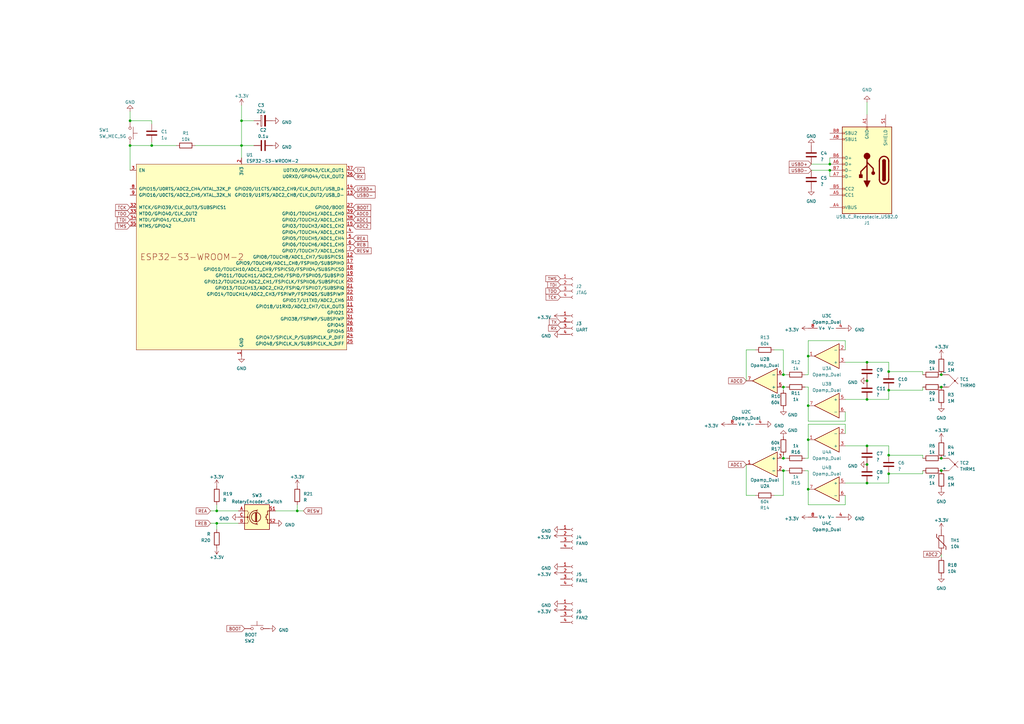
<source format=kicad_sch>
(kicad_sch (version 20230121) (generator eeschema)
  (paper "A3")
  (title_block (title "Controller") (date "2024-01-21") (rev "1") (company "DingoPung"))
  (lib_symbols
    (symbol "Connector:Conn_01x04_Socket" (pin_names (offset 1.016) hide)
      (property "Reference" "J" (at 0 5.08 0))
      (property "Value" "Conn_01x04_Socket" (at 0 -7.62 0))
      (symbol "Conn_01x04_Socket_1_1"
        (arc (start 0 -4.572) (mid -0.5058 -5.08) (end 0 -5.588) (stroke (width 0.1524)))
        (arc (start 0 -2.032) (mid -0.5058 -2.54) (end 0 -3.048) (stroke (width 0.1524)))
        (polyline (pts (xy -1.27 -5.08) (xy -0.508 -5.08)) (stroke (width 0.1524)))
        (polyline (pts (xy -1.27 -2.54) (xy -0.508 -2.54)) (stroke (width 0.1524)))
        (polyline (pts (xy -1.27 0) (xy -0.508 0)) (stroke (width 0.1524)))
        (polyline (pts (xy -1.27 2.54) (xy -0.508 2.54)) (stroke (width 0.1524)))
        (arc (start 0 0.508) (mid -0.5058 0) (end 0 -0.508) (stroke (width 0.1524)))
        (arc (start 0 3.048) (mid -0.5058 2.54) (end 0 2.032) (stroke (width 0.1524)))
        (pin passive line (at -5.08 2.54 0) (length 3.81) (name "Pin_1") (number "1"))
        (pin passive line (at -5.08 0 0) (length 3.81) (name "Pin_2") (number "2"))
        (pin passive line (at -5.08 -2.54 0) (length 3.81) (name "Pin_3") (number "3"))
        (pin passive line (at -5.08 -5.08 0) (length 3.81) (name "Pin_4") (number "4"))
      )
    )
    (symbol "Connector:USB_C_Receptacle_USB2.0" (pin_names (offset 1.016))
      (property "Reference" "J" (at -10.16 19.05 0))
      (property "Value" "USB_C_Receptacle_USB2.0" (at 19.05 19.05 0))
      (symbol "USB_C_Receptacle_USB2.0_0_0"
        (rectangle (start -0.254 -17.78) (end 0.254 -16.764))
        (rectangle (start 10.16 -14.986) (end 9.144 -15.494))
        (rectangle (start 10.16 -12.446) (end 9.144 -12.954))
        (rectangle (start 10.16 -4.826) (end 9.144 -5.334))
        (rectangle (start 10.16 -2.286) (end 9.144 -2.794))
        (rectangle (start 10.16 0.254) (end 9.144 -0.254))
        (rectangle (start 10.16 2.794) (end 9.144 2.286))
        (rectangle (start 10.16 7.874) (end 9.144 7.366))
        (rectangle (start 10.16 10.414) (end 9.144 9.906))
        (rectangle (start 10.16 15.494) (end 9.144 14.986))
      )
      (symbol "USB_C_Receptacle_USB2.0_0_1"
        (rectangle (start -10.16 17.78) (end 10.16 -17.78) (stroke (width 0.254)) (fill (type background)))
        (arc (start -8.89 -3.81) (mid -6.985 -5.7067) (end -5.08 -3.81) (stroke (width 0.508)))
        (arc (start -7.62 -3.81) (mid -6.985 -4.4423) (end -6.35 -3.81) (stroke (width 0.254)))
        (arc (start -7.62 -3.81) (mid -6.985 -4.4423) (end -6.35 -3.81) (stroke (width 0.254)) (fill (type outline)))
        (rectangle (start -7.62 -3.81) (end -6.35 3.81) (stroke (width 0.254)) (fill (type outline)))
        (arc (start -6.35 3.81) (mid -6.985 4.4423) (end -7.62 3.81) (stroke (width 0.254)))
        (arc (start -6.35 3.81) (mid -6.985 4.4423) (end -7.62 3.81) (stroke (width 0.254)) (fill (type outline)))
        (arc (start -5.08 3.81) (mid -6.985 5.7067) (end -8.89 3.81) (stroke (width 0.508)))
        (circle (center -2.54 1.143) (radius 0.635) (stroke (width 0.254)) (fill (type outline)))
        (circle (center 0 -5.842) (radius 1.27) (fill (type outline)))
        (polyline (pts (xy -8.89 -3.81) (xy -8.89 3.81)) (stroke (width 0.508)))
        (polyline (pts (xy -5.08 3.81) (xy -5.08 -3.81)) (stroke (width 0.508)))
        (polyline (pts (xy 0 -5.842) (xy 0 4.318)) (stroke (width 0.508)))
        (polyline (pts (xy 0 -3.302) (xy -2.54 -0.762) (xy -2.54 0.508)) (stroke (width 0.508)))
        (polyline (pts (xy 0 -2.032) (xy 2.54 0.508) (xy 2.54 1.778)) (stroke (width 0.508)))
        (polyline (pts (xy -1.27 4.318) (xy 0 6.858) (xy 1.27 4.318) (xy -1.27 4.318)) (stroke (width 0.254)) (fill (type outline)))
        (rectangle (start 1.905 1.778) (end 3.175 3.048) (stroke (width 0.254)) (fill (type outline)))
      )
      (symbol "USB_C_Receptacle_USB2.0_1_1"
        (pin passive line (at 0 -22.86 90) (length 5.08) (name "GND") (number "A1"))
        (pin passive line (at 0 -22.86 90) (length 5.08) hide (name "GND") (number "A12"))
        (pin passive line (at 15.24 15.24 180) (length 5.08) (name "VBUS") (number "A4"))
        (pin bidirectional line (at 15.24 10.16 180) (length 5.08) (name "CC1") (number "A5"))
        (pin bidirectional line (at 15.24 -2.54 180) (length 5.08) (name "D+") (number "A6"))
        (pin bidirectional line (at 15.24 2.54 180) (length 5.08) (name "D-") (number "A7"))
        (pin bidirectional line (at 15.24 -12.7 180) (length 5.08) (name "SBU1") (number "A8"))
        (pin passive line (at 15.24 15.24 180) (length 5.08) hide (name "VBUS") (number "A9"))
        (pin passive line (at 0 -22.86 90) (length 5.08) hide (name "GND") (number "B1"))
        (pin passive line (at 0 -22.86 90) (length 5.08) hide (name "GND") (number "B12"))
        (pin passive line (at 15.24 15.24 180) (length 5.08) hide (name "VBUS") (number "B4"))
        (pin bidirectional line (at 15.24 7.62 180) (length 5.08) (name "CC2") (number "B5"))
        (pin bidirectional line (at 15.24 -5.08 180) (length 5.08) (name "D+") (number "B6"))
        (pin bidirectional line (at 15.24 0 180) (length 5.08) (name "D-") (number "B7"))
        (pin bidirectional line (at 15.24 -15.24 180) (length 5.08) (name "SBU2") (number "B8"))
        (pin passive line (at 15.24 15.24 180) (length 5.08) hide (name "VBUS") (number "B9"))
        (pin passive line (at -7.62 -22.86 90) (length 5.08) (name "SHIELD") (number "S1"))
      )
    )
    (symbol "Device:C" (pin_numbers hide) (pin_names (offset 0.254))
      (property "Reference" "C" (at 0.635 2.54 0))
      (property "Value" "C" (at 0.635 -2.54 0))
      (symbol "C_0_1"
        (polyline (pts (xy -2.032 -0.762) (xy 2.032 -0.762)) (stroke (width 0.508)))
        (polyline (pts (xy -2.032 0.762) (xy 2.032 0.762)) (stroke (width 0.508)))
      )
      (symbol "C_1_1"
        (pin passive line (at 0 3.81 270) (length 2.794) (name "~") (number "1"))
        (pin passive line (at 0 -3.81 90) (length 2.794) (name "~") (number "2"))
      )
    )
    (symbol "Device:C_Polarized" (pin_numbers hide) (pin_names (offset 0.254))
      (property "Reference" "C" (at 0.635 2.54 0))
      (property "Value" "C_Polarized" (at 0.635 -2.54 0))
      (symbol "C_Polarized_0_1"
        (rectangle (start -2.286 0.508) (end 2.286 1.016))
        (polyline (pts (xy -1.778 2.286) (xy -0.762 2.286)))
        (polyline (pts (xy -1.27 2.794) (xy -1.27 1.778)))
        (rectangle (start 2.286 -0.508) (end -2.286 -1.016) (fill (type outline)))
      )
      (symbol "C_Polarized_1_1"
        (pin passive line (at 0 3.81 270) (length 2.794) (name "~") (number "1"))
        (pin passive line (at 0 -3.81 90) (length 2.794) (name "~") (number "2"))
      )
    )
    (symbol "Device:Opamp_Dual"
      (property "Reference" "U" (at 0 5.08 0))
      (property "Value" "Opamp_Dual" (at 0 -5.08 0))
      (symbol "Opamp_Dual_1_1"
        (polyline (pts (xy -5.08 5.08) (xy 5.08 0) (xy -5.08 -5.08) (xy -5.08 5.08)) (stroke (width 0.254)) (fill (type background)))
        (pin output line (at 7.62 0 180) (length 2.54) (name "~") (number "1"))
        (pin input line (at -7.62 -2.54 0) (length 2.54) (name "-") (number "2"))
        (pin input line (at -7.62 2.54 0) (length 2.54) (name "+") (number "3"))
      )
      (symbol "Opamp_Dual_2_1"
        (polyline (pts (xy -5.08 5.08) (xy 5.08 0) (xy -5.08 -5.08) (xy -5.08 5.08)) (stroke (width 0.254)) (fill (type background)))
        (pin input line (at -7.62 2.54 0) (length 2.54) (name "+") (number "5"))
        (pin input line (at -7.62 -2.54 0) (length 2.54) (name "-") (number "6"))
        (pin output line (at 7.62 0 180) (length 2.54) (name "~") (number "7"))
      )
      (symbol "Opamp_Dual_3_1"
        (pin power_in line (at -2.54 -7.62 90) (length 3.81) (name "V-") (number "4"))
        (pin power_in line (at -2.54 7.62 270) (length 3.81) (name "V+") (number "8"))
      )
    )
    (symbol "Device:R" (pin_numbers hide) (pin_names (offset 0))
      (property "Reference" "R" (at 2.032 0 90))
      (property "Value" "R" (at 0 0 90))
      (symbol "R_0_1"
        (rectangle (start -1.016 -2.54) (end 1.016 2.54) (stroke (width 0.254)))
      )
      (symbol "R_1_1"
        (pin passive line (at 0 3.81 270) (length 1.27) (name "~") (number "1"))
        (pin passive line (at 0 -3.81 90) (length 1.27) (name "~") (number "2"))
      )
    )
    (symbol "Device:RotaryEncoder_Switch" (pin_names (offset 0.254) hide)
      (property "Reference" "SW" (at 0 6.604 0))
      (property "Value" "RotaryEncoder_Switch" (at 0 -6.604 0))
      (symbol "RotaryEncoder_Switch_0_1"
        (rectangle (start -5.08 5.08) (end 5.08 -5.08) (stroke (width 0.254)) (fill (type background)))
        (circle (center -3.81 0) (radius 0.254) (fill (type outline)))
        (circle (center -0.381 0) (radius 1.905) (stroke (width 0.254)))
        (arc (start -0.381 2.667) (mid -3.0988 -0.0635) (end -0.381 -2.794) (stroke (width 0.254)))
        (polyline (pts (xy -0.635 -1.778) (xy -0.635 1.778)) (stroke (width 0.254)))
        (polyline (pts (xy -0.381 -1.778) (xy -0.381 1.778)) (stroke (width 0.254)))
        (polyline (pts (xy -0.127 1.778) (xy -0.127 -1.778)) (stroke (width 0.254)))
        (polyline (pts (xy 3.81 0) (xy 3.429 0)) (stroke (width 0.254)))
        (polyline (pts (xy 3.81 1.016) (xy 3.81 -1.016)) (stroke (width 0.254)))
        (polyline (pts (xy -5.08 -2.54) (xy -3.81 -2.54) (xy -3.81 -2.032)))
        (polyline (pts (xy -5.08 2.54) (xy -3.81 2.54) (xy -3.81 2.032)))
        (polyline (pts (xy 0.254 -3.048) (xy -0.508 -2.794) (xy 0.127 -2.413)) (stroke (width 0.254)))
        (polyline (pts (xy 0.254 2.921) (xy -0.508 2.667) (xy 0.127 2.286)) (stroke (width 0.254)))
        (polyline (pts (xy 5.08 -2.54) (xy 4.318 -2.54) (xy 4.318 -1.016)) (stroke (width 0.254)))
        (polyline (pts (xy 5.08 2.54) (xy 4.318 2.54) (xy 4.318 1.016)) (stroke (width 0.254)))
        (polyline (pts (xy -5.08 0) (xy -3.81 0) (xy -3.81 -1.016) (xy -3.302 -2.032)))
        (polyline (pts (xy -4.318 0) (xy -3.81 0) (xy -3.81 1.016) (xy -3.302 2.032)))
        (circle (center 4.318 -1.016) (radius 0.127) (stroke (width 0.254)))
        (circle (center 4.318 1.016) (radius 0.127) (stroke (width 0.254)))
      )
      (symbol "RotaryEncoder_Switch_1_1"
        (pin passive line (at -7.62 2.54 0) (length 2.54) (name "A") (number "A"))
        (pin passive line (at -7.62 -2.54 0) (length 2.54) (name "B") (number "B"))
        (pin passive line (at -7.62 0 0) (length 2.54) (name "C") (number "C"))
        (pin passive line (at 7.62 2.54 180) (length 2.54) (name "S1") (number "S1"))
        (pin passive line (at 7.62 -2.54 180) (length 2.54) (name "S2") (number "S2"))
      )
    )
    (symbol "Device:Thermistor" (pin_numbers hide) (pin_names (offset 0))
      (property "Reference" "TH" (at 2.54 1.27 90))
      (property "Value" "Thermistor" (at -2.54 0 90))
      (symbol "Thermistor_0_1"
        (rectangle (start -1.016 2.54) (end 1.016 -2.54) (stroke (width 0.2032)))
        (polyline (pts (xy -1.905 3.175) (xy -1.905 1.905) (xy 1.905 -1.905) (xy 1.905 -3.175) (xy 1.905 -3.175)) (stroke (width 0.254)))
      )
      (symbol "Thermistor_1_1"
        (pin passive line (at 0 5.08 270) (length 2.54) (name "~") (number "1"))
        (pin passive line (at 0 -5.08 90) (length 2.54) (name "~") (number "2"))
      )
    )
    (symbol "Device:Thermocouple" (pin_numbers hide) (pin_names (offset 0))
      (property "Reference" "TC" (at -3.048 3.81 0))
      (property "Value" "Thermocouple" (at -5.08 -4.064 0))
      (symbol "Thermocouple_0_1"
        (circle (center -3.048 0) (radius 0.254) (fill (type outline)))
        (polyline (pts (xy -4.064 -1.016) (xy -4.318 -1.27)))
        (polyline (pts (xy -3.556 -0.508) (xy -3.81 -0.762)))
        (polyline (pts (xy -3.048 0) (xy -3.302 -0.254)))
        (polyline (pts (xy -2.54 0.508) (xy -2.794 0.254)))
        (polyline (pts (xy -2.032 1.016) (xy -2.286 0.762)))
        (polyline (pts (xy -1.524 1.524) (xy -1.778 1.27)))
        (polyline (pts (xy -1.016 2.032) (xy -1.27 1.778)))
        (polyline (pts (xy -0.508 2.54) (xy -0.762 2.286)))
        (polyline (pts (xy 0 -2.54) (xy -0.254 -2.54)))
        (polyline (pts (xy 0 2.54) (xy -0.508 2.54)))
        (polyline (pts (xy 0.254 -2.54) (xy -0.508 -2.54) (xy -4.318 1.27)))
      )
      (symbol "Thermocouple_1_1"
        (pin passive line (at 2.54 2.54 180) (length 2.54) (name "+") (number "1"))
        (pin passive line (at 2.54 -2.54 180) (length 2.54) (name "-") (number "2"))
      )
    )
    (symbol "PCM_Espressif:ESP32-S3-WROOM-2" (pin_names (offset 1.016))
      (property "Reference" "U" (at -43.18 43.18 0))
      (property "Value" "ESP32-S3-WROOM-2" (at -43.18 40.64 0))
      (symbol "ESP32-S3-WROOM-2_0_0"
        (text "ESP32-S3-WROOM-2" (at -20.32 0 0) (effects (font (size 2.54 2.54))))
        (pin power_in line (at 0 -40.64 90) (length 2.54) (name "GND") (number "1"))
        (pin bidirectional line (at 45.72 -17.78 180) (length 2.54) (name "GPIO17/U1TXD/ADC2_CH6") (number "10"))
        (pin bidirectional line (at 45.72 -20.32 180) (length 2.54) (name "GPIO18/U1RXD/ADC2_CH7/CLK_OUT3") (number "11"))
        (pin bidirectional line (at 45.72 0 180) (length 2.54) (name "GPIO8/TOUCH8/ADC1_CH7/SUBSPICS1") (number "12"))
        (pin bidirectional line (at 45.72 25.4 180) (length 2.54) (name "GPIO19/U1RTS/ADC2_CH8/CLK_OUT2/USB_D-") (number "13"))
        (pin bidirectional line (at 45.72 27.94 180) (length 2.54) (name "GPIO20/U1CTS/ADC2_CH9/CLK_OUT1/USB_D+") (number "14"))
        (pin bidirectional line (at 45.72 12.7 180) (length 2.54) (name "GPIO3/TOUCH3/ADC1_CH2") (number "15"))
        (pin bidirectional line (at 45.72 -30.48 180) (length 2.54) (name "GPIO46") (number "16"))
        (pin bidirectional line (at 45.72 -2.54 180) (length 2.54) (name "GPIO9/TOUCH9/ADC1_CH8/FSPIHD/SUBSPIHD") (number "17"))
        (pin bidirectional line (at 45.72 -5.08 180) (length 2.54) (name "GPIO10/TOUCH10/ADC1_CH9/FSPICS0/FSPIIO4/SUBSPICS0") (number "18"))
        (pin bidirectional line (at 45.72 -7.62 180) (length 2.54) (name "GPIO11/TOUCH11/ADC2_CH0/FSPID/FSPIIO5/SUBSPID") (number "19"))
        (pin power_in line (at 0 40.64 270) (length 2.54) (name "3V3") (number "2"))
        (pin bidirectional line (at 45.72 -10.16 180) (length 2.54) (name "GPIO12/TOUCH12/ADC2_CH1/FSPICLK/FSPIIO6/SUBSPICLK") (number "20"))
        (pin bidirectional line (at 45.72 -12.7 180) (length 2.54) (name "GPIO13/TOUCH13/ADC2_CH2/FSPIQ/FSPIIO7/SUBSPIQ") (number "21"))
        (pin bidirectional line (at 45.72 -15.24 180) (length 2.54) (name "GPIO14/TOUCH14/ADC2_CH3/FSPIWP/FSPIDQS/SUBSPIWP") (number "22"))
        (pin bidirectional line (at 45.72 -22.86 180) (length 2.54) (name "GPIO21") (number "23"))
        (pin bidirectional line (at 45.72 -33.02 180) (length 2.54) (name "GPIO47/SPICLK_P/SUBSPICLK_P_DIFF") (number "24"))
        (pin bidirectional line (at 45.72 -35.56 180) (length 2.54) (name "GPIO48/SPICLK_N/SUBSPICLK_N_DIFF") (number "25"))
        (pin bidirectional line (at 45.72 -27.94 180) (length 2.54) (name "GPIO45") (number "26"))
        (pin bidirectional line (at 45.72 20.32 180) (length 2.54) (name "GPIO0/BOOT") (number "27"))
        (pin no_connect line (at -43.18 -35.56 0) (length 2.54) hide (name "NC") (number "28"))
        (pin no_connect line (at -43.18 -33.02 0) (length 2.54) hide (name "NC") (number "29"))
        (pin input line (at -45.72 35.56 0) (length 2.54) (name "EN") (number "3"))
        (pin no_connect line (at -43.18 -30.48 0) (length 2.54) hide (name "NC") (number "30"))
        (pin bidirectional line (at 45.72 -25.4 180) (length 2.54) (name "GPIO38/FSPIWP/SUBSPIWP") (number "31"))
        (pin bidirectional line (at -45.72 20.32 0) (length 2.54) (name "MTCK/GPIO39/CLK_OUT3/SUBSPICS1") (number "32"))
        (pin bidirectional line (at -45.72 17.78 0) (length 2.54) (name "MTDO/GPIO40/CLK_OUT2") (number "33"))
        (pin bidirectional line (at -45.72 15.24 0) (length 2.54) (name "MTDI/GPIO41/CLK_OUT1") (number "34"))
        (pin bidirectional line (at -45.72 12.7 0) (length 2.54) (name "MTMS/GPIO42") (number "35"))
        (pin bidirectional line (at 45.72 33.02 180) (length 2.54) (name "U0RXD/GPIO44/CLK_OUT2") (number "36"))
        (pin bidirectional line (at 45.72 35.56 180) (length 2.54) (name "U0TXD/GPIO43/CLK_OUT1") (number "37"))
        (pin bidirectional line (at 45.72 15.24 180) (length 2.54) (name "GPIO2/TOUCH2/ADC1_CH1") (number "38"))
        (pin bidirectional line (at 45.72 17.78 180) (length 2.54) (name "GPIO1/TOUCH1/ADC1_CH0") (number "39"))
        (pin bidirectional line (at 45.72 10.16 180) (length 2.54) (name "GPIO4/TOUCH4/ADC1_CH3") (number "4"))
        (pin passive line (at 0 -40.64 90) (length 2.54) hide (name "GND") (number "40"))
        (pin passive line (at 0 -40.64 90) (length 2.54) hide (name "GND") (number "41"))
        (pin bidirectional line (at 45.72 7.62 180) (length 2.54) (name "GPIO5/TOUCH5/ADC1_CH4") (number "5"))
        (pin bidirectional line (at 45.72 5.08 180) (length 2.54) (name "GPIO6/TOUCH6/ADC1_CH5") (number "6"))
        (pin bidirectional line (at 45.72 2.54 180) (length 2.54) (name "GPIO7/TOUCH7/ADC1_CH6") (number "7"))
        (pin bidirectional line (at -45.72 27.94 0) (length 2.54) (name "GPIO15/U0RTS/ADC2_CH4/XTAL_32K_P") (number "8"))
        (pin bidirectional line (at -45.72 25.4 0) (length 2.54) (name "GPIO16/U0CTS/ADC2_CH5/XTAL_32K_N") (number "9"))
      )
      (symbol "ESP32-S3-WROOM-2_0_1"
        (rectangle (start -43.18 38.1) (end 43.18 -38.1) (fill (type background)))
      )
    )
    (symbol "Switch:SW_MEC_5G" (pin_numbers hide) (pin_names (offset 1.016) hide)
      (property "Reference" "SW" (at 1.27 2.54 0))
      (property "Value" "SW_MEC_5G" (at 0 -1.524 0))
      (symbol "SW_MEC_5G_0_1"
        (circle (center -2.032 0) (radius 0.508))
        (polyline (pts (xy 0 1.27) (xy 0 3.048)))
        (polyline (pts (xy 2.54 1.27) (xy -2.54 1.27)))
        (circle (center 2.032 0) (radius 0.508))
        (pin passive line (at -5.08 0 0) (length 2.54) (name "A") (number "1"))
        (pin passive line (at 5.08 0 180) (length 2.54) (name "B") (number "3"))
      )
      (symbol "SW_MEC_5G_1_1"
        (pin passive line (at -5.08 0 0) (length 2.54) hide (name "A") (number "2"))
        (pin passive line (at 5.08 0 180) (length 2.54) hide (name "B") (number "4"))
      )
    )
    (symbol "power:+3.3V" (power) (pin_names (offset 0))
      (property "Value" "+3.3V" (at 0 3.556 0))
      (symbol "+3.3V_0_1"
        (polyline (pts (xy -0.762 1.27) (xy 0 2.54)))
        (polyline (pts (xy 0 0) (xy 0 2.54)))
        (polyline (pts (xy 0 2.54) (xy 0.762 1.27)))
      )
      (symbol "+3.3V_1_1"
        (pin power_in line (at 0 0 90) (length 0) hide (name "+3.3V") (number "1"))
      )
    )
    (symbol "power:GND" (power) (pin_names (offset 0))
      (property "Value" "GND" (at 0 -3.81 0))
      (symbol "GND_0_1"
        (polyline (pts (xy 0 0) (xy 0 -1.27) (xy 1.27 -1.27) (xy 0 -2.54) (xy -1.27 -1.27) (xy 0 -1.27)))
      )
      (symbol "GND_1_1"
        (pin power_in line (at 0 0 270) (length 0) hide (name "GND") (number "1"))
      )
    )
  )
  (junction (at 321.31 187.96))
  (junction (at 386.08 187.96))
  (junction (at 355.6 182.88))
  (junction (at 121.92 209.55))
  (junction (at 99.06 49.53))
  (junction (at 321.31 158.75))
  (junction (at 321.31 193.04))
  (junction (at 321.31 153.67))
  (junction (at 364.49 194.31))
  (junction (at 88.9 214.63))
  (junction (at 331.47 166.37))
  (junction (at 99.06 59.69))
  (junction (at 386.08 153.67))
  (junction (at 331.47 200.66))
  (junction (at 53.34 59.69))
  (junction (at 386.08 158.75))
  (junction (at 340.36 67.31))
  (junction (at 355.6 190.5))
  (junction (at 364.49 160.02))
  (junction (at 53.34 49.53))
  (junction (at 355.6 148.59))
  (junction (at 355.6 198.12))
  (junction (at 62.23 59.69))
  (junction (at 331.47 146.05))
  (junction (at 386.08 193.04))
  (junction (at 355.6 163.83))
  (junction (at 331.47 180.34))
  (junction (at 355.6 156.21))
  (junction (at 364.49 152.4))
  (junction (at 88.9 209.55))
  (junction (at 364.49 186.69))
  (junction (at 340.36 69.85))
  (wire (pts (xy 321.31 203.2) (xy 321.31 193.04)))
  (wire (pts (xy 378.46 158.75) (xy 378.46 160.02)))
  (wire (pts (xy 321.31 186.69) (xy 321.31 187.96)))
  (wire (pts (xy 80.01 59.69) (xy 99.06 59.69)))
  (wire (pts (xy 386.08 228.6) (xy 386.08 227.33)))
  (wire (pts (xy 378.46 152.4) (xy 364.49 152.4)))
  (wire (pts (xy 378.46 187.96) (xy 378.46 186.69)))
  (wire (pts (xy 309.88 203.2) (xy 306.07 203.2)))
  (wire (pts (xy 317.5 143.51) (xy 321.31 143.51)))
  (wire (pts (xy 346.71 163.83) (xy 355.6 163.83)))
  (wire (pts (xy 322.58 187.96) (xy 321.31 187.96)))
  (wire (pts (xy 331.47 180.34) (xy 331.47 173.99)))
  (wire (pts (xy 340.36 69.85) (xy 340.36 72.39)))
  (wire (pts (xy 86.36 214.63) (xy 88.9 214.63)))
  (wire (pts (xy 99.06 43.18) (xy 99.06 49.53)))
  (wire (pts (xy 330.2 187.96) (xy 331.47 187.96)))
  (wire (pts (xy 121.92 209.55) (xy 124.46 209.55)))
  (wire (pts (xy 378.46 153.67) (xy 378.46 152.4)))
  (wire (pts (xy 53.34 45.72) (xy 53.34 49.53)))
  (wire (pts (xy 121.92 207.01) (xy 121.92 209.55)))
  (wire (pts (xy 88.9 209.55) (xy 88.9 207.01)))
  (wire (pts (xy 322.58 158.75) (xy 321.31 158.75)))
  (wire (pts (xy 104.14 49.53) (xy 99.06 49.53)))
  (wire (pts (xy 88.9 214.63) (xy 88.9 217.17)))
  (wire (pts (xy 346.71 207.01) (xy 331.47 207.01)))
  (wire (pts (xy 309.88 143.51) (xy 306.07 143.51)))
  (wire (pts (xy 53.34 59.69) (xy 53.34 69.85)))
  (wire (pts (xy 317.5 203.2) (xy 321.31 203.2)))
  (wire (pts (xy 355.6 41.91) (xy 355.6 46.99)))
  (wire (pts (xy 331.47 187.96) (xy 331.47 180.34)))
  (wire (pts (xy 53.34 49.53) (xy 62.23 49.53)))
  (wire (pts (xy 378.46 186.69) (xy 364.49 186.69)))
  (wire (pts (xy 364.49 148.59) (xy 364.49 152.4)))
  (wire (pts (xy 355.6 163.83) (xy 364.49 163.83)))
  (wire (pts (xy 378.46 160.02) (xy 364.49 160.02)))
  (wire (pts (xy 331.47 207.01) (xy 331.47 200.66)))
  (wire (pts (xy 355.6 198.12) (xy 364.49 198.12)))
  (wire (pts (xy 346.71 182.88) (xy 355.6 182.88)))
  (wire (pts (xy 62.23 49.53) (xy 62.23 50.8)))
  (wire (pts (xy 346.71 139.7) (xy 346.71 143.51)))
  (wire (pts (xy 121.92 209.55) (xy 113.03 209.55)))
  (wire (pts (xy 331.47 193.04) (xy 331.47 200.66)))
  (wire (pts (xy 62.23 59.69) (xy 53.34 59.69)))
  (wire (pts (xy 331.47 146.05) (xy 331.47 139.7)))
  (wire (pts (xy 330.2 153.67) (xy 331.47 153.67)))
  (wire (pts (xy 331.47 158.75) (xy 331.47 166.37)))
  (wire (pts (xy 330.2 193.04) (xy 331.47 193.04)))
  (wire (pts (xy 321.31 153.67) (xy 322.58 153.67)))
  (wire (pts (xy 364.49 198.12) (xy 364.49 194.31)))
  (wire (pts (xy 340.36 64.77) (xy 340.36 67.31)))
  (wire (pts (xy 331.47 172.72) (xy 331.47 166.37)))
  (wire (pts (xy 331.47 173.99) (xy 346.71 173.99)))
  (wire (pts (xy 332.74 69.85) (xy 340.36 69.85)))
  (wire (pts (xy 62.23 59.69) (xy 72.39 59.69)))
  (wire (pts (xy 306.07 143.51) (xy 306.07 156.21)))
  (wire (pts (xy 99.06 59.69) (xy 99.06 64.77)))
  (wire (pts (xy 346.71 203.2) (xy 346.71 207.01)))
  (wire (pts (xy 378.46 194.31) (xy 364.49 194.31)))
  (wire (pts (xy 331.47 139.7) (xy 346.71 139.7)))
  (wire (pts (xy 321.31 193.04) (xy 322.58 193.04)))
  (wire (pts (xy 346.71 168.91) (xy 346.71 172.72)))
  (wire (pts (xy 321.31 143.51) (xy 321.31 153.67)))
  (wire (pts (xy 321.31 160.02) (xy 321.31 158.75)))
  (wire (pts (xy 332.74 67.31) (xy 340.36 67.31)))
  (wire (pts (xy 86.36 209.55) (xy 88.9 209.55)))
  (wire (pts (xy 104.14 59.69) (xy 99.06 59.69)))
  (wire (pts (xy 346.71 173.99) (xy 346.71 177.8)))
  (wire (pts (xy 346.71 148.59) (xy 355.6 148.59)))
  (wire (pts (xy 306.07 203.2) (xy 306.07 190.5)))
  (wire (pts (xy 99.06 49.53) (xy 99.06 59.69)))
  (wire (pts (xy 355.6 148.59) (xy 364.49 148.59)))
  (wire (pts (xy 62.23 58.42) (xy 62.23 59.69)))
  (wire (pts (xy 355.6 182.88) (xy 364.49 182.88)))
  (wire (pts (xy 346.71 172.72) (xy 331.47 172.72)))
  (wire (pts (xy 364.49 182.88) (xy 364.49 186.69)))
  (wire (pts (xy 88.9 209.55) (xy 97.79 209.55)))
  (wire (pts (xy 330.2 158.75) (xy 331.47 158.75)))
  (wire (pts (xy 88.9 214.63) (xy 97.79 214.63)))
  (wire (pts (xy 331.47 153.67) (xy 331.47 146.05)))
  (wire (pts (xy 378.46 193.04) (xy 378.46 194.31)))
  (wire (pts (xy 364.49 163.83) (xy 364.49 160.02)))
  (wire (pts (xy 346.71 198.12) (xy 355.6 198.12)))
  (global_label "USBD+" (shape input) (at 332.74 67.31 180) (property "Intersheetrefs" "${INTERSHEET_REFS}" (effects hide)))
  (global_label "ADC1" (shape input) (at 144.78 90.17 0) (property "Intersheetrefs" "${INTERSHEET_REFS}" (effects hide)))
  (global_label "BOOT" (shape input) (at 144.78 85.09 0) (property "Intersheetrefs" "${INTERSHEET_REFS}" (effects hide)))
  (global_label "REB" (shape input) (at 86.36 214.63 180) (property "Intersheetrefs" "${INTERSHEET_REFS}" (effects hide)))
  (global_label "RESW" (shape input) (at 144.78 102.87 0) (property "Intersheetrefs" "${INTERSHEET_REFS}" (effects hide)))
  (global_label "TDO" (shape input) (at 229.87 119.38 180) (property "Intersheetrefs" "${INTERSHEET_REFS}" (effects hide)))
  (global_label "REB" (shape input) (at 144.78 100.33 0) (property "Intersheetrefs" "${INTERSHEET_REFS}" (effects hide)))
  (global_label "TMS" (shape input) (at 229.87 114.3 180) (property "Intersheetrefs" "${INTERSHEET_REFS}" (effects hide)))
  (global_label "ADC1" (shape input) (at 306.07 190.5 180) (property "Intersheetrefs" "${INTERSHEET_REFS}" (effects hide)))
  (global_label "TDO" (shape input) (at 53.34 87.63 180) (property "Intersheetrefs" "${INTERSHEET_REFS}" (effects hide)))
  (global_label "TX" (shape input) (at 144.78 69.85 0) (property "Intersheetrefs" "${INTERSHEET_REFS}" (effects hide)))
  (global_label "ADC0" (shape input) (at 306.07 156.21 180) (property "Intersheetrefs" "${INTERSHEET_REFS}" (effects hide)))
  (global_label "USBD-" (shape input) (at 332.74 69.85 180) (property "Intersheetrefs" "${INTERSHEET_REFS}" (effects hide)))
  (global_label "RX" (shape input) (at 229.87 134.62 180) (property "Intersheetrefs" "${INTERSHEET_REFS}" (effects hide)))
  (global_label "TX" (shape input) (at 229.87 132.08 180) (property "Intersheetrefs" "${INTERSHEET_REFS}" (effects hide)))
  (global_label "RESW" (shape input) (at 124.46 209.55 0) (property "Intersheetrefs" "${INTERSHEET_REFS}" (effects hide)))
  (global_label "TMS" (shape input) (at 53.34 92.71 180) (property "Intersheetrefs" "${INTERSHEET_REFS}" (effects hide)))
  (global_label "BOOT" (shape input) (at 100.33 257.81 180) (property "Intersheetrefs" "${INTERSHEET_REFS}" (effects hide)))
  (global_label "USBD+" (shape input) (at 144.78 77.47 0) (property "Intersheetrefs" "${INTERSHEET_REFS}" (effects hide)))
  (global_label "USBD-" (shape input) (at 144.78 80.01 0) (property "Intersheetrefs" "${INTERSHEET_REFS}" (effects hide)))
  (global_label "REA" (shape input) (at 144.78 97.79 0) (property "Intersheetrefs" "${INTERSHEET_REFS}" (effects hide)))
  (global_label "ADC0" (shape input) (at 144.78 87.63 0) (property "Intersheetrefs" "${INTERSHEET_REFS}" (effects hide)))
  (global_label "TDI" (shape input) (at 53.34 90.17 180) (property "Intersheetrefs" "${INTERSHEET_REFS}" (effects hide)))
  (global_label "TCK" (shape input) (at 53.34 85.09 180) (property "Intersheetrefs" "${INTERSHEET_REFS}" (effects hide)))
  (global_label "TCK" (shape input) (at 229.87 121.92 180) (property "Intersheetrefs" "${INTERSHEET_REFS}" (effects hide)))
  (global_label "RX" (shape input) (at 144.78 72.39 0) (property "Intersheetrefs" "${INTERSHEET_REFS}" (effects hide)))
  (global_label "ADC2" (shape input) (at 386.08 227.33 180) (property "Intersheetrefs" "${INTERSHEET_REFS}" (effects hide)))
  (global_label "REA" (shape input) (at 86.36 209.55 180) (property "Intersheetrefs" "${INTERSHEET_REFS}" (effects hide)))
  (global_label "ADC2" (shape input) (at 144.78 92.71 0) (property "Intersheetrefs" "${INTERSHEET_REFS}" (effects hide)))
  (global_label "TDI" (shape input) (at 229.87 116.84 180) (property "Intersheetrefs" "${INTERSHEET_REFS}" (effects hide)))
  (symbol (lib_id "power:GND") (at 113.03 214.63 90) (unit 1)
    (property "Reference" "#PWR036" (effects hide))
    (property "Value" "GND" (at 116.84 215.265 90) (effects (justify right)))
  )
  (symbol (lib_id "PCM_Espressif:ESP32-S3-WROOM-2") (at 99.06 105.41 0) (unit 1)
    (property "Reference" "U1" (at 101.0159 63.5 0) (effects (justify left)))
    (property "Value" "ESP32-S3-WROOM-2" (at 101.0159 66.04 0) (effects (justify left)))
    (property "Footprint" "PCM_Espressif:ESP32-S3-WROOM-2" (effects hide))
    (property "Datasheet" "https://www.espressif.com/sites/default/files/documentation/esp32-s3-wroom-2_datasheet_en.pdf" (effects hide))
  )
  (symbol (lib_id "power:GND") (at 111.76 49.53 90) (unit 1)
    (property "Reference" "#PWR04" (effects hide))
    (property "Value" "GND" (at 115.57 50.165 90) (effects (justify right)))
  )
  (symbol (lib_id "power:+3.3V") (at 88.9 199.39 0) (unit 1)
    (property "Reference" "#PWR034" (effects hide))
    (property "Value" "+3.3V" (at 88.9 195.58 0))
  )
  (symbol (lib_id "Device:C") (at 62.23 54.61 0) (unit 1)
    (property "Reference" "C1" (at 66.04 53.975 0) (effects (justify left)))
    (property "Value" "1u" (at 66.04 56.515 0) (effects (justify left)))
  )
  (symbol (lib_id "power:GND") (at 313.69 173.99 90) (unit 1)
    (property "Reference" "#PWR025" (effects hide))
    (property "Value" "GND" (at 317.5 174.625 90) (effects (justify right)))
  )
  (symbol (lib_id "Device:C") (at 107.95 59.69 90) (unit 1)
    (property "Reference" "C2" (at 107.95 53.34 90))
    (property "Value" "0.1u" (at 107.95 55.88 90))
  )
  (symbol (lib_id "Device:R") (at 76.2 59.69 90) (unit 1)
    (property "Reference" "R1" (at 76.2 54.61 90))
    (property "Value" "10k" (at 76.2 57.15 90))
  )
  (symbol (lib_id "Device:Opamp_Dual") (at 313.69 190.5 0) (mirror y) (unit 1)
    (property "Reference" "U2" (at 313.69 199.39 0))
    (property "Value" "Opamp_Dual" (at 313.69 196.85 0))
  )
  (symbol (lib_id "Device:R") (at 326.39 193.04 90) (mirror x) (unit 1)
    (property "Reference" "R15" (at 326.39 198.12 90))
    (property "Value" "1k" (at 326.39 195.58 90))
  )
  (symbol (lib_id "Device:R") (at 321.31 182.88 0) (mirror x) (unit 1)
    (property "Reference" "R17" (at 316.23 184.15 0) (effects (justify left)))
    (property "Value" "60k" (at 316.23 181.61 0) (effects (justify left)))
  )
  (symbol (lib_id "Device:R") (at 386.08 184.15 180) (unit 1)
    (property "Reference" "R4" (at 388.62 183.515 0) (effects (justify right)))
    (property "Value" "1M" (at 388.62 186.055 0) (effects (justify right)))
  )
  (symbol (lib_id "Device:R") (at 382.27 153.67 90) (unit 1)
    (property "Reference" "R8" (at 382.27 148.59 90))
    (property "Value" "1k" (at 382.27 151.13 90))
  )
  (symbol (lib_id "power:+3.3V") (at 229.87 250.19 90) (unit 1)
    (property "Reference" "#PWR016" (effects hide))
    (property "Value" "+3.3V" (at 226.06 250.825 90) (effects (justify left)))
  )
  (symbol (lib_id "power:+3.3V") (at 331.47 212.09 90) (unit 1)
    (property "Reference" "#PWR029" (effects hide))
    (property "Value" "+3.3V" (at 327.66 212.725 90) (effects (justify left)))
  )
  (symbol (lib_id "power:GND") (at 110.49 257.81 90) (unit 1)
    (property "Reference" "#PWR08" (effects hide))
    (property "Value" "GND" (at 114.3 258.445 90) (effects (justify right)))
  )
  (symbol (lib_id "power:+3.3V") (at 386.08 146.05 0) (unit 1)
    (property "Reference" "#PWR017" (effects hide))
    (property "Value" "+3.3V" (at 386.08 142.24 0))
  )
  (symbol (lib_id "power:GND") (at 53.34 45.72 180) (unit 1)
    (property "Reference" "#PWR02" (effects hide))
    (property "Value" "GND" (at 53.34 41.91 0))
  )
  (symbol (lib_id "Device:Opamp_Dual") (at 339.09 200.66 0) (mirror y) (unit 2)
    (property "Reference" "U4" (at 339.09 191.77 0))
    (property "Value" "Opamp_Dual" (at 339.09 194.31 0))
  )
  (symbol (lib_id "Connector:Conn_01x04_Socket") (at 234.95 132.08 0) (unit 1)
    (property "Reference" "J3" (at 236.22 132.715 0) (effects (justify left)))
    (property "Value" "UART" (at 236.22 135.255 0) (effects (justify left)))
  )
  (symbol (lib_id "power:GND") (at 229.87 217.17 270) (unit 1)
    (property "Reference" "#PWR011" (effects hide))
    (property "Value" "GND" (at 226.06 217.805 90) (effects (justify right)))
  )
  (symbol (lib_id "power:GND") (at 99.06 146.05 0) (unit 1)
    (property "Reference" "#PWR038" (effects hide))
    (property "Value" "GND" (at 99.06 151.13 0))
  )
  (symbol (lib_id "Device:R") (at 326.39 153.67 90) (unit 1)
    (property "Reference" "R12" (at 326.39 148.59 90))
    (property "Value" "1k" (at 326.39 151.13 90))
  )
  (symbol (lib_id "power:+3.3V") (at 229.87 234.95 90) (unit 1)
    (property "Reference" "#PWR014" (effects hide))
    (property "Value" "+3.3V" (at 226.06 235.585 90) (effects (justify left)))
  )
  (symbol (lib_id "Device:Thermocouple") (at 388.62 190.5 180) (unit 1)
    (property "Reference" "TC2" (at 393.7 189.865 0) (effects (justify right)))
    (property "Value" "THRM1" (at 393.7 192.405 0) (effects (justify right)))
  )
  (symbol (lib_id "Device:C") (at 355.6 160.02 0) (unit 1)
    (property "Reference" "C11" (at 359.41 159.385 0) (effects (justify left)))
    (property "Value" "?" (at 359.41 161.925 0) (effects (justify left)))
  )
  (symbol (lib_id "Device:Opamp_Dual") (at 339.09 146.05 180) (unit 1)
    (property "Reference" "U3" (at 339.09 151.13 0))
    (property "Value" "Opamp_Dual" (at 339.09 153.67 0))
  )
  (symbol (lib_id "Connector:Conn_01x04_Socket") (at 234.95 250.19 0) (unit 1)
    (property "Reference" "J6" (at 236.22 250.825 0) (effects (justify left)))
    (property "Value" "FAN2" (at 236.22 253.365 0) (effects (justify left)))
  )
  (symbol (lib_id "power:GND") (at 355.6 156.21 270) (unit 1)
    (property "Reference" "#PWR022" (effects hide))
    (property "Value" "GND" (at 351.79 156.845 90) (effects (justify right)))
  )
  (symbol (lib_id "power:GND") (at 386.08 236.22 0) (unit 1)
    (property "Reference" "#PWR032" (effects hide))
    (property "Value" "GND" (at 386.08 241.3 0))
  )
  (symbol (lib_id "power:GND") (at 386.08 166.37 0) (unit 1)
    (property "Reference" "#PWR018" (effects hide))
    (property "Value" "GND" (at 386.08 171.45 0))
  )
  (symbol (lib_id "Device:Opamp_Dual") (at 339.09 214.63 90) (mirror x) (unit 3)
    (property "Reference" "U4" (at 339.09 214.63 90))
    (property "Value" "Opamp_Dual" (at 339.09 217.17 90))
  )
  (symbol (lib_id "power:GND") (at 229.87 232.41 270) (unit 1)
    (property "Reference" "#PWR013" (effects hide))
    (property "Value" "GND" (at 226.06 233.045 90) (effects (justify right)))
  )
  (symbol (lib_id "Device:R") (at 382.27 158.75 90) (unit 1)
    (property "Reference" "R9" (at 382.27 161.29 90))
    (property "Value" "1k" (at 382.27 163.83 90))
  )
  (symbol (lib_id "Device:R") (at 386.08 196.85 180) (unit 1)
    (property "Reference" "R5" (at 388.62 196.215 0) (effects (justify right)))
    (property "Value" "1M" (at 388.62 198.755 0) (effects (justify right)))
  )
  (symbol (lib_id "Device:C") (at 332.74 63.5 0) (unit 1)
    (property "Reference" "C4" (at 336.55 62.865 0) (effects (justify left)))
    (property "Value" "?" (at 336.55 65.405 0) (effects (justify left)))
  )
  (symbol (lib_id "Device:R") (at 386.08 162.56 180) (unit 1)
    (property "Reference" "R3" (at 388.62 161.925 0) (effects (justify right)))
    (property "Value" "1M" (at 388.62 164.465 0) (effects (justify right)))
  )
  (symbol (lib_id "power:GND") (at 111.76 59.69 90) (unit 1)
    (property "Reference" "#PWR03" (effects hide))
    (property "Value" "GND" (at 115.57 60.325 90) (effects (justify right)))
  )
  (symbol (lib_id "power:GND") (at 355.6 41.91 180) (unit 1)
    (property "Reference" "#PWR05" (effects hide))
    (property "Value" "GND" (at 355.6 36.83 0))
  )
  (symbol (lib_id "power:GND") (at 355.6 190.5 270) (unit 1)
    (property "Reference" "#PWR021" (effects hide))
    (property "Value" "GND" (at 351.79 191.135 90) (effects (justify right)))
  )
  (symbol (lib_id "Device:R") (at 88.9 220.98 0) (unit 1)
    (property "Reference" "R20" (at 86.36 221.615 0) (effects (justify right)))
    (property "Value" "R" (at 86.36 219.075 0) (effects (justify right)))
  )
  (symbol (lib_id "power:GND") (at 332.74 77.47 0) (unit 1)
    (property "Reference" "#PWR07" (effects hide))
    (property "Value" "GND" (at 332.74 82.55 0))
  )
  (symbol (lib_id "Device:RotaryEncoder_Switch") (at 105.41 212.09 0) (unit 1)
    (property "Reference" "SW3" (at 105.41 203.2 0))
    (property "Value" "RotaryEncoder_Switch" (at 105.41 205.74 0))
  )
  (symbol (lib_id "Device:C") (at 355.6 152.4 0) (unit 1)
    (property "Reference" "C9" (at 359.41 151.765 0) (effects (justify left)))
    (property "Value" "?" (at 359.41 154.305 0) (effects (justify left)))
  )
  (symbol (lib_id "Switch:SW_MEC_5G") (at 105.41 257.81 0) (unit 1)
    (property "Reference" "SW2" (at 100.33 262.89 0) (effects (justify left)))
    (property "Value" "BOOT" (at 100.33 260.35 0) (effects (justify left)))
    (property "Datasheet" "http://www.apem.com/int/index.php?controller=attachment&id_attachment=488" (effects hide))
  )
  (symbol (lib_id "power:+3.3V") (at 298.45 173.99 90) (unit 1)
    (property "Reference" "#PWR030" (effects hide))
    (property "Value" "+3.3V" (at 294.64 174.625 90) (effects (justify left)))
  )
  (symbol (lib_id "power:GND") (at 332.74 59.69 180) (unit 1)
    (property "Reference" "#PWR06" (effects hide))
    (property "Value" "GND" (at 332.74 55.88 0))
  )
  (symbol (lib_id "Device:C") (at 332.74 73.66 0) (unit 1)
    (property "Reference" "C5" (at 336.55 73.025 0) (effects (justify left)))
    (property "Value" "?" (at 336.55 75.565 0) (effects (justify left)))
  )
  (symbol (lib_id "Device:C") (at 364.49 156.21 0) (unit 1)
    (property "Reference" "C10" (at 368.3 155.575 0) (effects (justify left)))
    (property "Value" "?" (at 368.3 158.115 0) (effects (justify left)))
  )
  (symbol (lib_id "Device:R") (at 313.69 143.51 90) (unit 1)
    (property "Reference" "R13" (at 313.69 138.43 90))
    (property "Value" "60k" (at 313.69 140.97 90))
  )
  (symbol (lib_id "Device:Opamp_Dual") (at 313.69 156.21 180) (unit 2)
    (property "Reference" "U2" (at 313.69 147.32 0))
    (property "Value" "Opamp_Dual" (at 313.69 149.86 0))
  )
  (symbol (lib_id "Device:R") (at 386.08 149.86 180) (unit 1)
    (property "Reference" "R2" (at 388.62 149.225 0) (effects (justify right)))
    (property "Value" "1M" (at 388.62 151.765 0) (effects (justify right)))
  )
  (symbol (lib_id "power:GND") (at 321.31 179.07 0) (mirror x) (unit 1)
    (property "Reference" "#PWR024" (effects hide))
    (property "Value" "GND" (at 325.12 176.53 0))
  )
  (symbol (lib_id "Connector:Conn_01x04_Socket") (at 234.95 116.84 0) (unit 1)
    (property "Reference" "J2" (at 236.22 117.475 0) (effects (justify left)))
    (property "Value" "JTAG" (at 236.22 120.015 0) (effects (justify left)))
  )
  (symbol (lib_id "power:+3.3V") (at 99.06 43.18 0) (unit 1)
    (property "Reference" "#PWR01" (effects hide))
    (property "Value" "+3.3V" (at 99.06 39.37 0))
  )
  (symbol (lib_id "Device:Thermocouple") (at 388.62 156.21 180) (unit 1)
    (property "Reference" "TC1" (at 393.7 155.575 0) (effects (justify right)))
    (property "Value" "THRM0" (at 393.7 158.115 0) (effects (justify right)))
  )
  (symbol (lib_id "Device:Thermistor") (at 386.08 222.25 0) (unit 1)
    (property "Reference" "TH1" (at 389.89 221.615 0) (effects (justify left)))
    (property "Value" "10k" (at 389.89 224.155 0) (effects (justify left)))
  )
  (symbol (lib_id "Device:Opamp_Dual") (at 339.09 166.37 0) (mirror y) (unit 2)
    (property "Reference" "U3" (at 339.09 157.48 0))
    (property "Value" "Opamp_Dual" (at 339.09 160.02 0))
  )
  (symbol (lib_id "Device:R") (at 88.9 203.2 180) (unit 1)
    (property "Reference" "R19" (at 91.44 202.565 0) (effects (justify right)))
    (property "Value" "R" (at 91.44 205.105 0) (effects (justify right)))
  )
  (symbol (lib_id "power:+3.3V") (at 331.47 134.62 90) (unit 1)
    (property "Reference" "#PWR028" (effects hide))
    (property "Value" "+3.3V" (at 327.66 135.255 90) (effects (justify left)))
  )
  (symbol (lib_id "Device:R") (at 313.69 203.2 90) (mirror x) (unit 1)
    (property "Reference" "R14" (at 313.69 208.28 90))
    (property "Value" "60k" (at 313.69 205.74 90))
  )
  (symbol (lib_id "Device:R") (at 321.31 163.83 0) (unit 1)
    (property "Reference" "R10" (at 316.23 162.56 0) (effects (justify left)))
    (property "Value" "60k" (at 316.23 165.1 0) (effects (justify left)))
  )
  (symbol (lib_id "Device:Opamp_Dual") (at 339.09 180.34 180) (unit 1)
    (property "Reference" "U4" (at 339.09 185.42 0))
    (property "Value" "Opamp_Dual" (at 339.09 187.96 0))
  )
  (symbol (lib_id "power:+3.3V") (at 229.87 219.71 90) (unit 1)
    (property "Reference" "#PWR012" (effects hide))
    (property "Value" "+3.3V" (at 226.06 220.345 90) (effects (justify left)))
  )
  (symbol (lib_id "Device:R") (at 326.39 158.75 90) (unit 1)
    (property "Reference" "R11" (at 326.39 161.29 90))
    (property "Value" "1k" (at 326.39 163.83 90))
  )
  (symbol (lib_id "Device:R") (at 382.27 193.04 90) (unit 1)
    (property "Reference" "R7" (at 382.27 195.58 90))
    (property "Value" "1k" (at 382.27 198.12 90))
  )
  (symbol (lib_id "power:+3.3V") (at 88.9 224.79 180) (unit 1)
    (property "Reference" "#PWR035" (effects hide))
    (property "Value" "+3.3V" (at 88.9 228.6 0))
  )
  (symbol (lib_id "Device:R") (at 386.08 232.41 180) (unit 1)
    (property "Reference" "R18" (at 388.62 231.775 0) (effects (justify right)))
    (property "Value" "10k" (at 388.62 234.315 0) (effects (justify right)))
  )
  (symbol (lib_id "Device:C") (at 355.6 194.31 0) (unit 1)
    (property "Reference" "C8" (at 359.41 193.675 0) (effects (justify left)))
    (property "Value" "?" (at 359.41 196.215 0) (effects (justify left)))
  )
  (symbol (lib_id "Device:Opamp_Dual") (at 306.07 171.45 90) (unit 3)
    (property "Reference" "U2" (at 306.07 168.91 90))
    (property "Value" "Opamp_Dual" (at 306.07 171.45 90))
  )
  (symbol (lib_id "power:GND") (at 321.31 167.64 0) (unit 1)
    (property "Reference" "#PWR023" (effects hide))
    (property "Value" "GND" (at 325.12 170.18 0))
  )
  (symbol (lib_id "power:+3.3V") (at 386.08 180.34 0) (unit 1)
    (property "Reference" "#PWR019" (effects hide))
    (property "Value" "+3.3V" (at 386.08 176.53 0))
  )
  (symbol (lib_id "Device:C") (at 364.49 190.5 0) (unit 1)
    (property "Reference" "C6" (at 368.3 189.865 0) (effects (justify left)))
    (property "Value" "?" (at 368.3 192.405 0) (effects (justify left)))
  )
  (symbol (lib_id "Device:R") (at 121.92 203.2 180) (unit 1)
    (property "Reference" "R21" (at 124.46 202.565 0) (effects (justify right)))
    (property "Value" "R" (at 124.46 205.105 0) (effects (justify right)))
  )
  (symbol (lib_id "Device:C_Polarized") (at 107.95 49.53 90) (unit 1)
    (property "Reference" "C3" (at 107.061 43.18 90))
    (property "Value" "22u" (at 107.061 45.72 90))
  )
  (symbol (lib_id "Device:Opamp_Dual") (at 339.09 137.16 90) (mirror x) (unit 3)
    (property "Reference" "U3" (at 339.09 129.54 90))
    (property "Value" "Opamp_Dual" (at 339.09 132.08 90))
  )
  (symbol (lib_id "power:+3.3V") (at 229.87 129.54 90) (unit 1)
    (property "Reference" "#PWR09" (effects hide))
    (property "Value" "+3.3V" (at 226.06 130.175 90) (effects (justify left)))
  )
  (symbol (lib_id "Connector:Conn_01x04_Socket") (at 234.95 219.71 0) (unit 1)
    (property "Reference" "J4" (at 236.22 220.345 0) (effects (justify left)))
    (property "Value" "FAN0" (at 236.22 222.885 0) (effects (justify left)))
  )
  (symbol (lib_id "Connector:USB_C_Receptacle_USB2.0") (at 355.6 69.85 180) (unit 1)
    (property "Reference" "J1" (at 355.6 91.44 0))
    (property "Value" "USB_C_Receptacle_USB2.0" (at 355.6 88.9 0))
    (property "Datasheet" "https://www.usb.org/sites/default/files/documents/usb_type-c.zip" (effects hide))
  )
  (symbol (lib_id "power:GND") (at 386.08 200.66 0) (unit 1)
    (property "Reference" "#PWR020" (effects hide))
    (property "Value" "GND" (at 386.08 205.74 0))
  )
  (symbol (lib_id "Connector:Conn_01x04_Socket") (at 234.95 234.95 0) (unit 1)
    (property "Reference" "J5" (at 236.22 235.585 0) (effects (justify left)))
    (property "Value" "FAN1" (at 236.22 238.125 0) (effects (justify left)))
  )
  (symbol (lib_id "Device:C") (at 355.6 186.69 0) (unit 1)
    (property "Reference" "C7" (at 359.41 186.055 0) (effects (justify left)))
    (property "Value" "?" (at 359.41 188.595 0) (effects (justify left)))
  )
  (symbol (lib_id "power:GND") (at 97.79 212.09 270) (unit 1)
    (property "Reference" "#PWR033" (effects hide))
    (property "Value" "GND" (at 93.98 212.725 90) (effects (justify right)))
  )
  (symbol (lib_id "Device:R") (at 382.27 187.96 90) (unit 1)
    (property "Reference" "R6" (at 382.27 182.88 90))
    (property "Value" "1k" (at 382.27 185.42 90))
  )
  (symbol (lib_id "power:+3.3V") (at 386.08 217.17 0) (unit 1)
    (property "Reference" "#PWR031" (effects hide))
    (property "Value" "+3.3V" (at 386.08 213.36 0))
  )
  (symbol (lib_id "Device:R") (at 326.39 187.96 90) (mirror x) (unit 1)
    (property "Reference" "R16" (at 326.39 185.42 90))
    (property "Value" "1k" (at 326.39 182.88 90))
  )
  (symbol (lib_id "Switch:SW_MEC_5G") (at 53.34 54.61 270) (unit 1)
    (property "Reference" "SW1" (at 40.64 53.34 90) (effects (justify left)))
    (property "Value" "SW_MEC_5G" (at 40.64 55.88 90) (effects (justify left)))
    (property "Datasheet" "http://www.apem.com/int/index.php?controller=attachment&id_attachment=488" (effects hide))
  )
  (symbol (lib_id "power:+3.3V") (at 121.92 199.39 0) (unit 1)
    (property "Reference" "#PWR037" (effects hide))
    (property "Value" "+3.3V" (at 121.92 195.58 0))
  )
  (symbol (lib_id "power:GND") (at 229.87 247.65 270) (unit 1)
    (property "Reference" "#PWR015" (effects hide))
    (property "Value" "GND" (at 226.06 248.285 90) (effects (justify right)))
  )
  (symbol (lib_id "power:GND") (at 229.87 137.16 270) (unit 1)
    (property "Reference" "#PWR010" (effects hide))
    (property "Value" "GND" (at 226.06 137.795 90) (effects (justify right)))
  )
  (symbol (lib_id "power:GND") (at 346.71 134.62 90) (unit 1)
    (property "Reference" "#PWR026" (effects hide))
    (property "Value" "GND" (at 350.52 135.255 90) (effects (justify right)))
  )
  (symbol (lib_id "power:GND") (at 346.71 212.09 90) (unit 1)
    (property "Reference" "#PWR027" (effects hide))
    (property "Value" "GND" (at 350.52 212.725 90) (effects (justify right)))
  )
)
</source>
